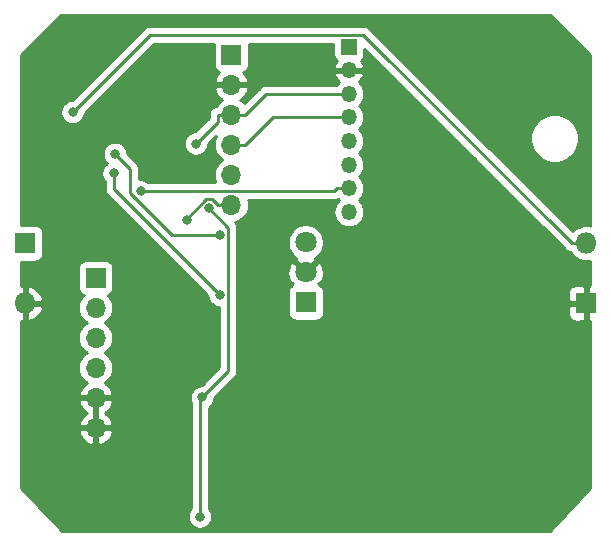
<source format=gbr>
G04 #@! TF.GenerationSoftware,KiCad,Pcbnew,(5.1.4)-1*
G04 #@! TF.CreationDate,2019-09-20T07:49:52+02:00*
G04 #@! TF.ProjectId,hb-rc-2-pbu-led,68622d72-632d-4322-9d70-62752d6c6564,rev?*
G04 #@! TF.SameCoordinates,Original*
G04 #@! TF.FileFunction,Copper,L2,Bot*
G04 #@! TF.FilePolarity,Positive*
%FSLAX46Y46*%
G04 Gerber Fmt 4.6, Leading zero omitted, Abs format (unit mm)*
G04 Created by KiCad (PCBNEW (5.1.4)-1) date 2019-09-20 07:49:52*
%MOMM*%
%LPD*%
G04 APERTURE LIST*
%ADD10O,1.800000X1.800000*%
%ADD11R,1.800000X1.800000*%
%ADD12O,1.700000X1.700000*%
%ADD13R,1.700000X1.700000*%
%ADD14O,1.350000X1.350000*%
%ADD15R,1.350000X1.350000*%
%ADD16C,1.800000*%
%ADD17C,0.800000*%
%ADD18C,0.250000*%
%ADD19C,0.254000*%
G04 APERTURE END LIST*
D10*
X125984000Y-73025000D03*
D11*
X125984000Y-78105000D03*
D10*
X78486000Y-78105000D03*
D11*
X78486000Y-73025000D03*
D12*
X95948500Y-69761100D03*
X95948500Y-67221100D03*
X95948500Y-64681100D03*
X95948500Y-62141100D03*
X95948500Y-59601100D03*
D13*
X95948500Y-57061100D03*
D12*
X84455000Y-88646000D03*
X84455000Y-86106000D03*
X84455000Y-83566000D03*
X84455000Y-81026000D03*
X84455000Y-78486000D03*
D13*
X84455000Y-75946000D03*
D14*
X105893000Y-70362600D03*
X105893000Y-68362600D03*
X105893000Y-66362600D03*
X105893000Y-64362600D03*
X105893000Y-62362600D03*
X105893000Y-60362600D03*
X105893000Y-58362600D03*
D15*
X105893000Y-56362600D03*
D16*
X102235000Y-72948800D03*
X102235000Y-75488800D03*
D11*
X102235000Y-78028800D03*
D17*
X87268000Y-72815500D03*
X85668000Y-72510500D03*
X108204000Y-54038500D03*
X123317000Y-58166000D03*
X116395500Y-66040000D03*
X106108500Y-76301600D03*
X90754200Y-86144100D03*
X89954100Y-57899300D03*
X92145800Y-71023900D03*
X88252200Y-68634400D03*
X92938400Y-64578700D03*
X94040000Y-70067000D03*
X93279800Y-96161600D03*
X93461500Y-86074400D03*
X94939700Y-77383100D03*
X85969500Y-67078900D03*
X94942300Y-72361600D03*
X86078300Y-65439300D03*
X82494200Y-61921200D03*
D18*
X95948500Y-69761100D02*
X94773200Y-69761100D01*
X92145800Y-71023900D02*
X92145800Y-70925500D01*
X92145800Y-70925500D02*
X93763300Y-69308000D01*
X93763300Y-69308000D02*
X94320100Y-69308000D01*
X94320100Y-69308000D02*
X94773200Y-69761100D01*
X104892700Y-68362600D02*
X104669500Y-68585800D01*
X104669500Y-68585800D02*
X88300800Y-68585800D01*
X88300800Y-68585800D02*
X88252200Y-68634400D01*
X105893000Y-68362600D02*
X104892700Y-68362600D01*
X95948500Y-64681100D02*
X97123800Y-64681100D01*
X105893000Y-62362600D02*
X99442300Y-62362600D01*
X99442300Y-62362600D02*
X97123800Y-64681100D01*
X95948500Y-62141100D02*
X97123800Y-62141100D01*
X105893000Y-60362600D02*
X98902300Y-60362600D01*
X98902300Y-60362600D02*
X97123800Y-62141100D01*
X95948500Y-62141100D02*
X94773200Y-62141100D01*
X94773200Y-62141100D02*
X94773200Y-62743900D01*
X94773200Y-62743900D02*
X92938400Y-64578700D01*
X94040000Y-70067000D02*
X95695800Y-71722800D01*
X95695800Y-71722800D02*
X95695800Y-83840100D01*
X95695800Y-83840100D02*
X93461500Y-86074400D01*
X93461500Y-86074400D02*
X93279800Y-86256100D01*
X93279800Y-86256100D02*
X93279800Y-96161600D01*
X94939700Y-77383100D02*
X85969500Y-68412900D01*
X85969500Y-68412900D02*
X85969500Y-67078900D01*
X86078300Y-65439300D02*
X87353600Y-66714600D01*
X87353600Y-66714600D02*
X87353600Y-68761700D01*
X87353600Y-68761700D02*
X90953500Y-72361600D01*
X90953500Y-72361600D02*
X94942300Y-72361600D01*
X125984000Y-73025000D02*
X124758700Y-73025000D01*
X82494200Y-61921200D02*
X89053200Y-55362200D01*
X89053200Y-55362200D02*
X107095900Y-55362200D01*
X107095900Y-55362200D02*
X124758700Y-73025000D01*
D19*
G36*
X126340000Y-57083381D02*
G01*
X126340000Y-71528921D01*
X126284913Y-71512210D01*
X126059408Y-71490000D01*
X125908592Y-71490000D01*
X125683087Y-71512210D01*
X125393739Y-71599983D01*
X125127073Y-71742519D01*
X124893339Y-71934339D01*
X124825501Y-72016999D01*
X116733596Y-63925094D01*
X121238508Y-63925094D01*
X121238508Y-64333386D01*
X121318162Y-64733834D01*
X121474409Y-65111047D01*
X121701244Y-65450530D01*
X121989950Y-65739236D01*
X122329433Y-65966071D01*
X122706646Y-66122318D01*
X123107094Y-66201972D01*
X123515386Y-66201972D01*
X123915834Y-66122318D01*
X124293047Y-65966071D01*
X124632530Y-65739236D01*
X124921236Y-65450530D01*
X125148071Y-65111047D01*
X125304318Y-64733834D01*
X125383972Y-64333386D01*
X125383972Y-63925094D01*
X125304318Y-63524646D01*
X125148071Y-63147433D01*
X124921236Y-62807950D01*
X124632530Y-62519244D01*
X124293047Y-62292409D01*
X123915834Y-62136162D01*
X123515386Y-62056508D01*
X123107094Y-62056508D01*
X122706646Y-62136162D01*
X122329433Y-62292409D01*
X121989950Y-62519244D01*
X121701244Y-62807950D01*
X121474409Y-63147433D01*
X121318162Y-63524646D01*
X121238508Y-63925094D01*
X116733596Y-63925094D01*
X107659704Y-54851203D01*
X107635901Y-54822199D01*
X107520176Y-54727226D01*
X107388147Y-54656654D01*
X107244886Y-54613197D01*
X107133233Y-54602200D01*
X107133222Y-54602200D01*
X107095900Y-54598524D01*
X107058578Y-54602200D01*
X89090525Y-54602200D01*
X89053200Y-54598524D01*
X89015875Y-54602200D01*
X89015867Y-54602200D01*
X88904214Y-54613197D01*
X88760953Y-54656654D01*
X88628924Y-54727226D01*
X88513199Y-54822199D01*
X88489401Y-54851197D01*
X82454399Y-60886200D01*
X82392261Y-60886200D01*
X82192302Y-60925974D01*
X82003944Y-61003995D01*
X81834426Y-61117263D01*
X81690263Y-61261426D01*
X81576995Y-61430944D01*
X81498974Y-61619302D01*
X81459200Y-61819261D01*
X81459200Y-62023139D01*
X81498974Y-62223098D01*
X81576995Y-62411456D01*
X81690263Y-62580974D01*
X81834426Y-62725137D01*
X82003944Y-62838405D01*
X82192302Y-62916426D01*
X82392261Y-62956200D01*
X82596139Y-62956200D01*
X82796098Y-62916426D01*
X82984456Y-62838405D01*
X83153974Y-62725137D01*
X83298137Y-62580974D01*
X83411405Y-62411456D01*
X83489426Y-62223098D01*
X83529200Y-62023139D01*
X83529200Y-61961001D01*
X89368002Y-56122200D01*
X94469184Y-56122200D01*
X94460428Y-56211100D01*
X94460428Y-57911100D01*
X94472688Y-58035582D01*
X94508998Y-58155280D01*
X94567963Y-58265594D01*
X94647315Y-58362285D01*
X94744006Y-58441637D01*
X94854320Y-58500602D01*
X94934966Y-58525066D01*
X94850912Y-58600831D01*
X94676859Y-58834180D01*
X94551675Y-59097001D01*
X94507024Y-59244210D01*
X94628345Y-59474100D01*
X95821500Y-59474100D01*
X95821500Y-59454100D01*
X96075500Y-59454100D01*
X96075500Y-59474100D01*
X97268655Y-59474100D01*
X97389976Y-59244210D01*
X97345325Y-59097001D01*
X97220141Y-58834180D01*
X97046088Y-58600831D01*
X96962034Y-58525066D01*
X97042680Y-58500602D01*
X97152994Y-58441637D01*
X97249685Y-58362285D01*
X97329037Y-58265594D01*
X97388002Y-58155280D01*
X97424312Y-58035582D01*
X97436572Y-57911100D01*
X97436572Y-56211100D01*
X97427816Y-56122200D01*
X104579928Y-56122200D01*
X104579928Y-57037600D01*
X104592188Y-57162082D01*
X104628498Y-57281780D01*
X104687463Y-57392094D01*
X104766815Y-57488785D01*
X104860559Y-57565719D01*
X104763527Y-57698971D01*
X104655762Y-57932072D01*
X104625090Y-58033200D01*
X104748776Y-58235600D01*
X105766000Y-58235600D01*
X105766000Y-58215600D01*
X106020000Y-58215600D01*
X106020000Y-58235600D01*
X107037224Y-58235600D01*
X107160910Y-58033200D01*
X107130238Y-57932072D01*
X107022473Y-57698971D01*
X106925441Y-57565719D01*
X107019185Y-57488785D01*
X107098537Y-57392094D01*
X107157502Y-57281780D01*
X107193812Y-57162082D01*
X107206072Y-57037600D01*
X107206072Y-56547173D01*
X124194901Y-73536003D01*
X124218699Y-73565001D01*
X124334424Y-73659974D01*
X124466453Y-73730546D01*
X124609714Y-73774003D01*
X124645728Y-73777550D01*
X124701519Y-73881927D01*
X124893339Y-74115661D01*
X125127073Y-74307481D01*
X125393739Y-74450017D01*
X125683087Y-74537790D01*
X125908592Y-74560000D01*
X126059408Y-74560000D01*
X126284913Y-74537790D01*
X126340000Y-74521079D01*
X126340001Y-76569649D01*
X126269750Y-76570000D01*
X126111000Y-76728750D01*
X126111000Y-77978000D01*
X126131000Y-77978000D01*
X126131000Y-78232000D01*
X126111000Y-78232000D01*
X126111000Y-79481250D01*
X126269750Y-79640000D01*
X126340001Y-79640351D01*
X126340001Y-93735975D01*
X122907168Y-97340000D01*
X81562833Y-97340000D01*
X78130000Y-93735977D01*
X78130000Y-89002890D01*
X83013524Y-89002890D01*
X83058175Y-89150099D01*
X83183359Y-89412920D01*
X83357412Y-89646269D01*
X83573645Y-89841178D01*
X83823748Y-89990157D01*
X84098109Y-90087481D01*
X84328000Y-89966814D01*
X84328000Y-88773000D01*
X84582000Y-88773000D01*
X84582000Y-89966814D01*
X84811891Y-90087481D01*
X85086252Y-89990157D01*
X85336355Y-89841178D01*
X85552588Y-89646269D01*
X85726641Y-89412920D01*
X85851825Y-89150099D01*
X85896476Y-89002890D01*
X85775155Y-88773000D01*
X84582000Y-88773000D01*
X84328000Y-88773000D01*
X83134845Y-88773000D01*
X83013524Y-89002890D01*
X78130000Y-89002890D01*
X78130000Y-86462890D01*
X83013524Y-86462890D01*
X83058175Y-86610099D01*
X83183359Y-86872920D01*
X83357412Y-87106269D01*
X83573645Y-87301178D01*
X83699255Y-87376000D01*
X83573645Y-87450822D01*
X83357412Y-87645731D01*
X83183359Y-87879080D01*
X83058175Y-88141901D01*
X83013524Y-88289110D01*
X83134845Y-88519000D01*
X84328000Y-88519000D01*
X84328000Y-86233000D01*
X84582000Y-86233000D01*
X84582000Y-88519000D01*
X85775155Y-88519000D01*
X85896476Y-88289110D01*
X85851825Y-88141901D01*
X85726641Y-87879080D01*
X85552588Y-87645731D01*
X85336355Y-87450822D01*
X85210745Y-87376000D01*
X85336355Y-87301178D01*
X85552588Y-87106269D01*
X85726641Y-86872920D01*
X85851825Y-86610099D01*
X85896476Y-86462890D01*
X85775155Y-86233000D01*
X84582000Y-86233000D01*
X84328000Y-86233000D01*
X83134845Y-86233000D01*
X83013524Y-86462890D01*
X78130000Y-86462890D01*
X78130000Y-79591600D01*
X78359000Y-79475378D01*
X78359000Y-78232000D01*
X78613000Y-78232000D01*
X78613000Y-79475378D01*
X78850740Y-79596036D01*
X79011107Y-79547394D01*
X79282414Y-79417236D01*
X79523116Y-79236649D01*
X79723962Y-79012573D01*
X79877234Y-78753620D01*
X79971324Y-78486000D01*
X82962815Y-78486000D01*
X82991487Y-78777111D01*
X83076401Y-79057034D01*
X83214294Y-79315014D01*
X83399866Y-79541134D01*
X83625986Y-79726706D01*
X83680791Y-79756000D01*
X83625986Y-79785294D01*
X83399866Y-79970866D01*
X83214294Y-80196986D01*
X83076401Y-80454966D01*
X82991487Y-80734889D01*
X82962815Y-81026000D01*
X82991487Y-81317111D01*
X83076401Y-81597034D01*
X83214294Y-81855014D01*
X83399866Y-82081134D01*
X83625986Y-82266706D01*
X83680791Y-82296000D01*
X83625986Y-82325294D01*
X83399866Y-82510866D01*
X83214294Y-82736986D01*
X83076401Y-82994966D01*
X82991487Y-83274889D01*
X82962815Y-83566000D01*
X82991487Y-83857111D01*
X83076401Y-84137034D01*
X83214294Y-84395014D01*
X83399866Y-84621134D01*
X83625986Y-84806706D01*
X83690523Y-84841201D01*
X83573645Y-84910822D01*
X83357412Y-85105731D01*
X83183359Y-85339080D01*
X83058175Y-85601901D01*
X83013524Y-85749110D01*
X83134845Y-85979000D01*
X84328000Y-85979000D01*
X84328000Y-85959000D01*
X84582000Y-85959000D01*
X84582000Y-85979000D01*
X85775155Y-85979000D01*
X85896476Y-85749110D01*
X85851825Y-85601901D01*
X85726641Y-85339080D01*
X85552588Y-85105731D01*
X85336355Y-84910822D01*
X85219477Y-84841201D01*
X85284014Y-84806706D01*
X85510134Y-84621134D01*
X85695706Y-84395014D01*
X85833599Y-84137034D01*
X85918513Y-83857111D01*
X85947185Y-83566000D01*
X85918513Y-83274889D01*
X85833599Y-82994966D01*
X85695706Y-82736986D01*
X85510134Y-82510866D01*
X85284014Y-82325294D01*
X85229209Y-82296000D01*
X85284014Y-82266706D01*
X85510134Y-82081134D01*
X85695706Y-81855014D01*
X85833599Y-81597034D01*
X85918513Y-81317111D01*
X85947185Y-81026000D01*
X85918513Y-80734889D01*
X85833599Y-80454966D01*
X85695706Y-80196986D01*
X85510134Y-79970866D01*
X85284014Y-79785294D01*
X85229209Y-79756000D01*
X85284014Y-79726706D01*
X85510134Y-79541134D01*
X85695706Y-79315014D01*
X85833599Y-79057034D01*
X85918513Y-78777111D01*
X85947185Y-78486000D01*
X85918513Y-78194889D01*
X85833599Y-77914966D01*
X85695706Y-77656986D01*
X85510134Y-77430866D01*
X85480313Y-77406393D01*
X85549180Y-77385502D01*
X85659494Y-77326537D01*
X85756185Y-77247185D01*
X85835537Y-77150494D01*
X85894502Y-77040180D01*
X85930812Y-76920482D01*
X85943072Y-76796000D01*
X85943072Y-75096000D01*
X85930812Y-74971518D01*
X85894502Y-74851820D01*
X85835537Y-74741506D01*
X85756185Y-74644815D01*
X85659494Y-74565463D01*
X85549180Y-74506498D01*
X85429482Y-74470188D01*
X85305000Y-74457928D01*
X83605000Y-74457928D01*
X83480518Y-74470188D01*
X83360820Y-74506498D01*
X83250506Y-74565463D01*
X83153815Y-74644815D01*
X83074463Y-74741506D01*
X83015498Y-74851820D01*
X82979188Y-74971518D01*
X82966928Y-75096000D01*
X82966928Y-76796000D01*
X82979188Y-76920482D01*
X83015498Y-77040180D01*
X83074463Y-77150494D01*
X83153815Y-77247185D01*
X83250506Y-77326537D01*
X83360820Y-77385502D01*
X83429687Y-77406393D01*
X83399866Y-77430866D01*
X83214294Y-77656986D01*
X83076401Y-77914966D01*
X82991487Y-78194889D01*
X82962815Y-78486000D01*
X79971324Y-78486000D01*
X79977041Y-78469741D01*
X79856992Y-78232000D01*
X78613000Y-78232000D01*
X78359000Y-78232000D01*
X78339000Y-78232000D01*
X78339000Y-77978000D01*
X78359000Y-77978000D01*
X78359000Y-76734622D01*
X78613000Y-76734622D01*
X78613000Y-77978000D01*
X79856992Y-77978000D01*
X79977041Y-77740259D01*
X79877234Y-77456380D01*
X79723962Y-77197427D01*
X79523116Y-76973351D01*
X79282414Y-76792764D01*
X79011107Y-76662606D01*
X78850740Y-76613964D01*
X78613000Y-76734622D01*
X78359000Y-76734622D01*
X78130000Y-76618400D01*
X78130000Y-74563072D01*
X79386000Y-74563072D01*
X79510482Y-74550812D01*
X79630180Y-74514502D01*
X79740494Y-74455537D01*
X79837185Y-74376185D01*
X79916537Y-74279494D01*
X79975502Y-74169180D01*
X80011812Y-74049482D01*
X80024072Y-73925000D01*
X80024072Y-72125000D01*
X80011812Y-72000518D01*
X79975502Y-71880820D01*
X79916537Y-71770506D01*
X79837185Y-71673815D01*
X79740494Y-71594463D01*
X79630180Y-71535498D01*
X79510482Y-71499188D01*
X79386000Y-71486928D01*
X78130000Y-71486928D01*
X78130000Y-66976961D01*
X84934500Y-66976961D01*
X84934500Y-67180839D01*
X84974274Y-67380798D01*
X85052295Y-67569156D01*
X85165563Y-67738674D01*
X85209500Y-67782611D01*
X85209500Y-68375577D01*
X85205824Y-68412900D01*
X85209500Y-68450222D01*
X85209500Y-68450232D01*
X85220497Y-68561885D01*
X85263954Y-68705146D01*
X85334526Y-68837176D01*
X85364421Y-68873603D01*
X85429499Y-68952901D01*
X85458503Y-68976704D01*
X93904700Y-77422903D01*
X93904700Y-77485039D01*
X93944474Y-77684998D01*
X94022495Y-77873356D01*
X94135763Y-78042874D01*
X94279926Y-78187037D01*
X94449444Y-78300305D01*
X94637802Y-78378326D01*
X94837761Y-78418100D01*
X94935801Y-78418100D01*
X94935801Y-83525297D01*
X93421699Y-85039400D01*
X93359561Y-85039400D01*
X93159602Y-85079174D01*
X92971244Y-85157195D01*
X92801726Y-85270463D01*
X92657563Y-85414626D01*
X92544295Y-85584144D01*
X92466274Y-85772502D01*
X92426500Y-85972461D01*
X92426500Y-86176339D01*
X92466274Y-86376298D01*
X92519800Y-86505520D01*
X92519801Y-95457888D01*
X92475863Y-95501826D01*
X92362595Y-95671344D01*
X92284574Y-95859702D01*
X92244800Y-96059661D01*
X92244800Y-96263539D01*
X92284574Y-96463498D01*
X92362595Y-96651856D01*
X92475863Y-96821374D01*
X92620026Y-96965537D01*
X92789544Y-97078805D01*
X92977902Y-97156826D01*
X93177861Y-97196600D01*
X93381739Y-97196600D01*
X93581698Y-97156826D01*
X93770056Y-97078805D01*
X93939574Y-96965537D01*
X94083737Y-96821374D01*
X94197005Y-96651856D01*
X94275026Y-96463498D01*
X94314800Y-96263539D01*
X94314800Y-96059661D01*
X94275026Y-95859702D01*
X94197005Y-95671344D01*
X94083737Y-95501826D01*
X94039800Y-95457889D01*
X94039800Y-86932776D01*
X94121274Y-86878337D01*
X94265437Y-86734174D01*
X94378705Y-86564656D01*
X94456726Y-86376298D01*
X94496500Y-86176339D01*
X94496500Y-86114201D01*
X96206803Y-84403899D01*
X96235801Y-84380101D01*
X96330774Y-84264376D01*
X96401346Y-84132347D01*
X96444803Y-83989086D01*
X96455800Y-83877433D01*
X96455800Y-83877424D01*
X96459476Y-83840101D01*
X96455800Y-83802778D01*
X96455800Y-75555353D01*
X100694009Y-75555353D01*
X100736603Y-75854707D01*
X100836778Y-76139999D01*
X100916739Y-76289592D01*
X101170918Y-76373274D01*
X101054970Y-76489222D01*
X101101735Y-76535987D01*
X101090820Y-76539298D01*
X100980506Y-76598263D01*
X100883815Y-76677615D01*
X100804463Y-76774306D01*
X100745498Y-76884620D01*
X100709188Y-77004318D01*
X100696928Y-77128800D01*
X100696928Y-78928800D01*
X100709188Y-79053282D01*
X100745498Y-79172980D01*
X100804463Y-79283294D01*
X100883815Y-79379985D01*
X100980506Y-79459337D01*
X101090820Y-79518302D01*
X101210518Y-79554612D01*
X101335000Y-79566872D01*
X103135000Y-79566872D01*
X103259482Y-79554612D01*
X103379180Y-79518302D01*
X103489494Y-79459337D01*
X103586185Y-79379985D01*
X103665537Y-79283294D01*
X103724502Y-79172980D01*
X103760812Y-79053282D01*
X103765567Y-79005000D01*
X124445928Y-79005000D01*
X124458188Y-79129482D01*
X124494498Y-79249180D01*
X124553463Y-79359494D01*
X124632815Y-79456185D01*
X124729506Y-79535537D01*
X124839820Y-79594502D01*
X124959518Y-79630812D01*
X125084000Y-79643072D01*
X125698250Y-79640000D01*
X125857000Y-79481250D01*
X125857000Y-78232000D01*
X124607750Y-78232000D01*
X124449000Y-78390750D01*
X124445928Y-79005000D01*
X103765567Y-79005000D01*
X103773072Y-78928800D01*
X103773072Y-77205000D01*
X124445928Y-77205000D01*
X124449000Y-77819250D01*
X124607750Y-77978000D01*
X125857000Y-77978000D01*
X125857000Y-76728750D01*
X125698250Y-76570000D01*
X125084000Y-76566928D01*
X124959518Y-76579188D01*
X124839820Y-76615498D01*
X124729506Y-76674463D01*
X124632815Y-76753815D01*
X124553463Y-76850506D01*
X124494498Y-76960820D01*
X124458188Y-77080518D01*
X124445928Y-77205000D01*
X103773072Y-77205000D01*
X103773072Y-77128800D01*
X103760812Y-77004318D01*
X103724502Y-76884620D01*
X103665537Y-76774306D01*
X103586185Y-76677615D01*
X103489494Y-76598263D01*
X103379180Y-76539298D01*
X103368265Y-76535987D01*
X103415030Y-76489222D01*
X103299082Y-76373274D01*
X103553261Y-76289592D01*
X103684158Y-76017025D01*
X103759365Y-75724158D01*
X103775991Y-75422247D01*
X103733397Y-75122893D01*
X103633222Y-74837601D01*
X103553261Y-74688008D01*
X103299080Y-74604325D01*
X102414605Y-75488800D01*
X102428748Y-75502943D01*
X102249143Y-75682548D01*
X102235000Y-75668405D01*
X102220858Y-75682548D01*
X102041253Y-75502943D01*
X102055395Y-75488800D01*
X101170920Y-74604325D01*
X100916739Y-74688008D01*
X100785842Y-74960575D01*
X100710635Y-75253442D01*
X100694009Y-75555353D01*
X96455800Y-75555353D01*
X96455800Y-72797616D01*
X100700000Y-72797616D01*
X100700000Y-73099984D01*
X100758989Y-73396543D01*
X100874701Y-73675895D01*
X101042688Y-73927305D01*
X101256495Y-74141112D01*
X101410105Y-74243751D01*
X101350525Y-74424720D01*
X102235000Y-75309195D01*
X103119475Y-74424720D01*
X103059895Y-74243751D01*
X103213505Y-74141112D01*
X103427312Y-73927305D01*
X103595299Y-73675895D01*
X103711011Y-73396543D01*
X103770000Y-73099984D01*
X103770000Y-72797616D01*
X103711011Y-72501057D01*
X103595299Y-72221705D01*
X103427312Y-71970295D01*
X103213505Y-71756488D01*
X102962095Y-71588501D01*
X102682743Y-71472789D01*
X102386184Y-71413800D01*
X102083816Y-71413800D01*
X101787257Y-71472789D01*
X101507905Y-71588501D01*
X101256495Y-71756488D01*
X101042688Y-71970295D01*
X100874701Y-72221705D01*
X100758989Y-72501057D01*
X100700000Y-72797616D01*
X96455800Y-72797616D01*
X96455800Y-71760123D01*
X96459476Y-71722800D01*
X96455800Y-71685477D01*
X96455800Y-71685467D01*
X96444803Y-71573814D01*
X96401346Y-71430553D01*
X96330774Y-71298524D01*
X96264036Y-71217204D01*
X96519534Y-71139699D01*
X96777514Y-71001806D01*
X97003634Y-70816234D01*
X97189206Y-70590114D01*
X97327099Y-70332134D01*
X97412013Y-70052211D01*
X97440685Y-69761100D01*
X97412013Y-69469989D01*
X97374341Y-69345800D01*
X104632178Y-69345800D01*
X104669500Y-69349476D01*
X104706822Y-69345800D01*
X104706833Y-69345800D01*
X104818486Y-69334803D01*
X104960772Y-69291642D01*
X104962208Y-69293392D01*
X105046539Y-69362600D01*
X104962208Y-69431808D01*
X104798505Y-69631282D01*
X104676862Y-69858859D01*
X104601955Y-70105795D01*
X104576662Y-70362600D01*
X104601955Y-70619405D01*
X104676862Y-70866341D01*
X104798505Y-71093918D01*
X104962208Y-71293392D01*
X105161682Y-71457095D01*
X105389259Y-71578738D01*
X105636195Y-71653645D01*
X105828649Y-71672600D01*
X105957351Y-71672600D01*
X106149805Y-71653645D01*
X106396741Y-71578738D01*
X106624318Y-71457095D01*
X106823792Y-71293392D01*
X106987495Y-71093918D01*
X107109138Y-70866341D01*
X107184045Y-70619405D01*
X107209338Y-70362600D01*
X107184045Y-70105795D01*
X107109138Y-69858859D01*
X106987495Y-69631282D01*
X106823792Y-69431808D01*
X106739461Y-69362600D01*
X106823792Y-69293392D01*
X106987495Y-69093918D01*
X107109138Y-68866341D01*
X107184045Y-68619405D01*
X107209338Y-68362600D01*
X107184045Y-68105795D01*
X107109138Y-67858859D01*
X106987495Y-67631282D01*
X106823792Y-67431808D01*
X106739461Y-67362600D01*
X106823792Y-67293392D01*
X106987495Y-67093918D01*
X107109138Y-66866341D01*
X107184045Y-66619405D01*
X107209338Y-66362600D01*
X107184045Y-66105795D01*
X107109138Y-65858859D01*
X106987495Y-65631282D01*
X106823792Y-65431808D01*
X106739461Y-65362600D01*
X106823792Y-65293392D01*
X106987495Y-65093918D01*
X107109138Y-64866341D01*
X107184045Y-64619405D01*
X107209338Y-64362600D01*
X107184045Y-64105795D01*
X107109138Y-63858859D01*
X106987495Y-63631282D01*
X106823792Y-63431808D01*
X106739461Y-63362600D01*
X106823792Y-63293392D01*
X106987495Y-63093918D01*
X107109138Y-62866341D01*
X107184045Y-62619405D01*
X107209338Y-62362600D01*
X107184045Y-62105795D01*
X107109138Y-61858859D01*
X106987495Y-61631282D01*
X106823792Y-61431808D01*
X106739461Y-61362600D01*
X106823792Y-61293392D01*
X106987495Y-61093918D01*
X107109138Y-60866341D01*
X107184045Y-60619405D01*
X107209338Y-60362600D01*
X107184045Y-60105795D01*
X107109138Y-59858859D01*
X106987495Y-59631282D01*
X106823792Y-59431808D01*
X106735352Y-59359228D01*
X106871303Y-59233827D01*
X107022473Y-59026229D01*
X107130238Y-58793128D01*
X107160910Y-58692000D01*
X107037224Y-58489600D01*
X106020000Y-58489600D01*
X106020000Y-58509600D01*
X105766000Y-58509600D01*
X105766000Y-58489600D01*
X104748776Y-58489600D01*
X104625090Y-58692000D01*
X104655762Y-58793128D01*
X104763527Y-59026229D01*
X104914697Y-59233827D01*
X105050648Y-59359228D01*
X104962208Y-59431808D01*
X104822044Y-59602600D01*
X98939623Y-59602600D01*
X98902300Y-59598924D01*
X98864977Y-59602600D01*
X98864967Y-59602600D01*
X98753314Y-59613597D01*
X98610053Y-59657054D01*
X98478024Y-59727626D01*
X98362299Y-59822599D01*
X98338501Y-59851597D01*
X97048934Y-61141164D01*
X97003634Y-61085966D01*
X96777514Y-60900394D01*
X96712977Y-60865899D01*
X96829855Y-60796278D01*
X97046088Y-60601369D01*
X97220141Y-60368020D01*
X97345325Y-60105199D01*
X97389976Y-59957990D01*
X97268655Y-59728100D01*
X96075500Y-59728100D01*
X96075500Y-59748100D01*
X95821500Y-59748100D01*
X95821500Y-59728100D01*
X94628345Y-59728100D01*
X94507024Y-59957990D01*
X94551675Y-60105199D01*
X94676859Y-60368020D01*
X94850912Y-60601369D01*
X95067145Y-60796278D01*
X95184023Y-60865899D01*
X95119486Y-60900394D01*
X94893366Y-61085966D01*
X94707794Y-61312086D01*
X94667295Y-61387854D01*
X94624214Y-61392097D01*
X94480953Y-61435554D01*
X94348924Y-61506126D01*
X94233199Y-61601099D01*
X94138226Y-61716824D01*
X94067654Y-61848853D01*
X94024197Y-61992114D01*
X94009523Y-62141100D01*
X94013200Y-62178433D01*
X94013200Y-62429098D01*
X92898599Y-63543700D01*
X92836461Y-63543700D01*
X92636502Y-63583474D01*
X92448144Y-63661495D01*
X92278626Y-63774763D01*
X92134463Y-63918926D01*
X92021195Y-64088444D01*
X91943174Y-64276802D01*
X91903400Y-64476761D01*
X91903400Y-64680639D01*
X91943174Y-64880598D01*
X92021195Y-65068956D01*
X92134463Y-65238474D01*
X92278626Y-65382637D01*
X92448144Y-65495905D01*
X92636502Y-65573926D01*
X92836461Y-65613700D01*
X93040339Y-65613700D01*
X93240298Y-65573926D01*
X93428656Y-65495905D01*
X93598174Y-65382637D01*
X93742337Y-65238474D01*
X93855605Y-65068956D01*
X93933626Y-64880598D01*
X93973400Y-64680639D01*
X93973400Y-64618501D01*
X94671024Y-63920877D01*
X94569901Y-64110066D01*
X94484987Y-64389989D01*
X94456315Y-64681100D01*
X94484987Y-64972211D01*
X94569901Y-65252134D01*
X94707794Y-65510114D01*
X94893366Y-65736234D01*
X95119486Y-65921806D01*
X95174291Y-65951100D01*
X95119486Y-65980394D01*
X94893366Y-66165966D01*
X94707794Y-66392086D01*
X94569901Y-66650066D01*
X94484987Y-66929989D01*
X94456315Y-67221100D01*
X94484987Y-67512211D01*
X94569901Y-67792134D01*
X94587896Y-67825800D01*
X88904995Y-67825800D01*
X88742456Y-67717195D01*
X88554098Y-67639174D01*
X88354139Y-67599400D01*
X88150261Y-67599400D01*
X88113600Y-67606692D01*
X88113600Y-66751933D01*
X88117277Y-66714600D01*
X88102603Y-66565614D01*
X88059146Y-66422353D01*
X87988574Y-66290324D01*
X87917399Y-66203597D01*
X87893601Y-66174599D01*
X87864604Y-66150802D01*
X87113300Y-65399499D01*
X87113300Y-65337361D01*
X87073526Y-65137402D01*
X86995505Y-64949044D01*
X86882237Y-64779526D01*
X86738074Y-64635363D01*
X86568556Y-64522095D01*
X86380198Y-64444074D01*
X86180239Y-64404300D01*
X85976361Y-64404300D01*
X85776402Y-64444074D01*
X85588044Y-64522095D01*
X85418526Y-64635363D01*
X85274363Y-64779526D01*
X85161095Y-64949044D01*
X85083074Y-65137402D01*
X85043300Y-65337361D01*
X85043300Y-65541239D01*
X85083074Y-65741198D01*
X85161095Y-65929556D01*
X85274363Y-66099074D01*
X85393965Y-66218676D01*
X85309726Y-66274963D01*
X85165563Y-66419126D01*
X85052295Y-66588644D01*
X84974274Y-66777002D01*
X84934500Y-66976961D01*
X78130000Y-66976961D01*
X78130000Y-57083380D01*
X81553381Y-53660000D01*
X122916620Y-53660000D01*
X126340000Y-57083381D01*
X126340000Y-57083381D01*
G37*
X126340000Y-57083381D02*
X126340000Y-71528921D01*
X126284913Y-71512210D01*
X126059408Y-71490000D01*
X125908592Y-71490000D01*
X125683087Y-71512210D01*
X125393739Y-71599983D01*
X125127073Y-71742519D01*
X124893339Y-71934339D01*
X124825501Y-72016999D01*
X116733596Y-63925094D01*
X121238508Y-63925094D01*
X121238508Y-64333386D01*
X121318162Y-64733834D01*
X121474409Y-65111047D01*
X121701244Y-65450530D01*
X121989950Y-65739236D01*
X122329433Y-65966071D01*
X122706646Y-66122318D01*
X123107094Y-66201972D01*
X123515386Y-66201972D01*
X123915834Y-66122318D01*
X124293047Y-65966071D01*
X124632530Y-65739236D01*
X124921236Y-65450530D01*
X125148071Y-65111047D01*
X125304318Y-64733834D01*
X125383972Y-64333386D01*
X125383972Y-63925094D01*
X125304318Y-63524646D01*
X125148071Y-63147433D01*
X124921236Y-62807950D01*
X124632530Y-62519244D01*
X124293047Y-62292409D01*
X123915834Y-62136162D01*
X123515386Y-62056508D01*
X123107094Y-62056508D01*
X122706646Y-62136162D01*
X122329433Y-62292409D01*
X121989950Y-62519244D01*
X121701244Y-62807950D01*
X121474409Y-63147433D01*
X121318162Y-63524646D01*
X121238508Y-63925094D01*
X116733596Y-63925094D01*
X107659704Y-54851203D01*
X107635901Y-54822199D01*
X107520176Y-54727226D01*
X107388147Y-54656654D01*
X107244886Y-54613197D01*
X107133233Y-54602200D01*
X107133222Y-54602200D01*
X107095900Y-54598524D01*
X107058578Y-54602200D01*
X89090525Y-54602200D01*
X89053200Y-54598524D01*
X89015875Y-54602200D01*
X89015867Y-54602200D01*
X88904214Y-54613197D01*
X88760953Y-54656654D01*
X88628924Y-54727226D01*
X88513199Y-54822199D01*
X88489401Y-54851197D01*
X82454399Y-60886200D01*
X82392261Y-60886200D01*
X82192302Y-60925974D01*
X82003944Y-61003995D01*
X81834426Y-61117263D01*
X81690263Y-61261426D01*
X81576995Y-61430944D01*
X81498974Y-61619302D01*
X81459200Y-61819261D01*
X81459200Y-62023139D01*
X81498974Y-62223098D01*
X81576995Y-62411456D01*
X81690263Y-62580974D01*
X81834426Y-62725137D01*
X82003944Y-62838405D01*
X82192302Y-62916426D01*
X82392261Y-62956200D01*
X82596139Y-62956200D01*
X82796098Y-62916426D01*
X82984456Y-62838405D01*
X83153974Y-62725137D01*
X83298137Y-62580974D01*
X83411405Y-62411456D01*
X83489426Y-62223098D01*
X83529200Y-62023139D01*
X83529200Y-61961001D01*
X89368002Y-56122200D01*
X94469184Y-56122200D01*
X94460428Y-56211100D01*
X94460428Y-57911100D01*
X94472688Y-58035582D01*
X94508998Y-58155280D01*
X94567963Y-58265594D01*
X94647315Y-58362285D01*
X94744006Y-58441637D01*
X94854320Y-58500602D01*
X94934966Y-58525066D01*
X94850912Y-58600831D01*
X94676859Y-58834180D01*
X94551675Y-59097001D01*
X94507024Y-59244210D01*
X94628345Y-59474100D01*
X95821500Y-59474100D01*
X95821500Y-59454100D01*
X96075500Y-59454100D01*
X96075500Y-59474100D01*
X97268655Y-59474100D01*
X97389976Y-59244210D01*
X97345325Y-59097001D01*
X97220141Y-58834180D01*
X97046088Y-58600831D01*
X96962034Y-58525066D01*
X97042680Y-58500602D01*
X97152994Y-58441637D01*
X97249685Y-58362285D01*
X97329037Y-58265594D01*
X97388002Y-58155280D01*
X97424312Y-58035582D01*
X97436572Y-57911100D01*
X97436572Y-56211100D01*
X97427816Y-56122200D01*
X104579928Y-56122200D01*
X104579928Y-57037600D01*
X104592188Y-57162082D01*
X104628498Y-57281780D01*
X104687463Y-57392094D01*
X104766815Y-57488785D01*
X104860559Y-57565719D01*
X104763527Y-57698971D01*
X104655762Y-57932072D01*
X104625090Y-58033200D01*
X104748776Y-58235600D01*
X105766000Y-58235600D01*
X105766000Y-58215600D01*
X106020000Y-58215600D01*
X106020000Y-58235600D01*
X107037224Y-58235600D01*
X107160910Y-58033200D01*
X107130238Y-57932072D01*
X107022473Y-57698971D01*
X106925441Y-57565719D01*
X107019185Y-57488785D01*
X107098537Y-57392094D01*
X107157502Y-57281780D01*
X107193812Y-57162082D01*
X107206072Y-57037600D01*
X107206072Y-56547173D01*
X124194901Y-73536003D01*
X124218699Y-73565001D01*
X124334424Y-73659974D01*
X124466453Y-73730546D01*
X124609714Y-73774003D01*
X124645728Y-73777550D01*
X124701519Y-73881927D01*
X124893339Y-74115661D01*
X125127073Y-74307481D01*
X125393739Y-74450017D01*
X125683087Y-74537790D01*
X125908592Y-74560000D01*
X126059408Y-74560000D01*
X126284913Y-74537790D01*
X126340000Y-74521079D01*
X126340001Y-76569649D01*
X126269750Y-76570000D01*
X126111000Y-76728750D01*
X126111000Y-77978000D01*
X126131000Y-77978000D01*
X126131000Y-78232000D01*
X126111000Y-78232000D01*
X126111000Y-79481250D01*
X126269750Y-79640000D01*
X126340001Y-79640351D01*
X126340001Y-93735975D01*
X122907168Y-97340000D01*
X81562833Y-97340000D01*
X78130000Y-93735977D01*
X78130000Y-89002890D01*
X83013524Y-89002890D01*
X83058175Y-89150099D01*
X83183359Y-89412920D01*
X83357412Y-89646269D01*
X83573645Y-89841178D01*
X83823748Y-89990157D01*
X84098109Y-90087481D01*
X84328000Y-89966814D01*
X84328000Y-88773000D01*
X84582000Y-88773000D01*
X84582000Y-89966814D01*
X84811891Y-90087481D01*
X85086252Y-89990157D01*
X85336355Y-89841178D01*
X85552588Y-89646269D01*
X85726641Y-89412920D01*
X85851825Y-89150099D01*
X85896476Y-89002890D01*
X85775155Y-88773000D01*
X84582000Y-88773000D01*
X84328000Y-88773000D01*
X83134845Y-88773000D01*
X83013524Y-89002890D01*
X78130000Y-89002890D01*
X78130000Y-86462890D01*
X83013524Y-86462890D01*
X83058175Y-86610099D01*
X83183359Y-86872920D01*
X83357412Y-87106269D01*
X83573645Y-87301178D01*
X83699255Y-87376000D01*
X83573645Y-87450822D01*
X83357412Y-87645731D01*
X83183359Y-87879080D01*
X83058175Y-88141901D01*
X83013524Y-88289110D01*
X83134845Y-88519000D01*
X84328000Y-88519000D01*
X84328000Y-86233000D01*
X84582000Y-86233000D01*
X84582000Y-88519000D01*
X85775155Y-88519000D01*
X85896476Y-88289110D01*
X85851825Y-88141901D01*
X85726641Y-87879080D01*
X85552588Y-87645731D01*
X85336355Y-87450822D01*
X85210745Y-87376000D01*
X85336355Y-87301178D01*
X85552588Y-87106269D01*
X85726641Y-86872920D01*
X85851825Y-86610099D01*
X85896476Y-86462890D01*
X85775155Y-86233000D01*
X84582000Y-86233000D01*
X84328000Y-86233000D01*
X83134845Y-86233000D01*
X83013524Y-86462890D01*
X78130000Y-86462890D01*
X78130000Y-79591600D01*
X78359000Y-79475378D01*
X78359000Y-78232000D01*
X78613000Y-78232000D01*
X78613000Y-79475378D01*
X78850740Y-79596036D01*
X79011107Y-79547394D01*
X79282414Y-79417236D01*
X79523116Y-79236649D01*
X79723962Y-79012573D01*
X79877234Y-78753620D01*
X79971324Y-78486000D01*
X82962815Y-78486000D01*
X82991487Y-78777111D01*
X83076401Y-79057034D01*
X83214294Y-79315014D01*
X83399866Y-79541134D01*
X83625986Y-79726706D01*
X83680791Y-79756000D01*
X83625986Y-79785294D01*
X83399866Y-79970866D01*
X83214294Y-80196986D01*
X83076401Y-80454966D01*
X82991487Y-80734889D01*
X82962815Y-81026000D01*
X82991487Y-81317111D01*
X83076401Y-81597034D01*
X83214294Y-81855014D01*
X83399866Y-82081134D01*
X83625986Y-82266706D01*
X83680791Y-82296000D01*
X83625986Y-82325294D01*
X83399866Y-82510866D01*
X83214294Y-82736986D01*
X83076401Y-82994966D01*
X82991487Y-83274889D01*
X82962815Y-83566000D01*
X82991487Y-83857111D01*
X83076401Y-84137034D01*
X83214294Y-84395014D01*
X83399866Y-84621134D01*
X83625986Y-84806706D01*
X83690523Y-84841201D01*
X83573645Y-84910822D01*
X83357412Y-85105731D01*
X83183359Y-85339080D01*
X83058175Y-85601901D01*
X83013524Y-85749110D01*
X83134845Y-85979000D01*
X84328000Y-85979000D01*
X84328000Y-85959000D01*
X84582000Y-85959000D01*
X84582000Y-85979000D01*
X85775155Y-85979000D01*
X85896476Y-85749110D01*
X85851825Y-85601901D01*
X85726641Y-85339080D01*
X85552588Y-85105731D01*
X85336355Y-84910822D01*
X85219477Y-84841201D01*
X85284014Y-84806706D01*
X85510134Y-84621134D01*
X85695706Y-84395014D01*
X85833599Y-84137034D01*
X85918513Y-83857111D01*
X85947185Y-83566000D01*
X85918513Y-83274889D01*
X85833599Y-82994966D01*
X85695706Y-82736986D01*
X85510134Y-82510866D01*
X85284014Y-82325294D01*
X85229209Y-82296000D01*
X85284014Y-82266706D01*
X85510134Y-82081134D01*
X85695706Y-81855014D01*
X85833599Y-81597034D01*
X85918513Y-81317111D01*
X85947185Y-81026000D01*
X85918513Y-80734889D01*
X85833599Y-80454966D01*
X85695706Y-80196986D01*
X85510134Y-79970866D01*
X85284014Y-79785294D01*
X85229209Y-79756000D01*
X85284014Y-79726706D01*
X85510134Y-79541134D01*
X85695706Y-79315014D01*
X85833599Y-79057034D01*
X85918513Y-78777111D01*
X85947185Y-78486000D01*
X85918513Y-78194889D01*
X85833599Y-77914966D01*
X85695706Y-77656986D01*
X85510134Y-77430866D01*
X85480313Y-77406393D01*
X85549180Y-77385502D01*
X85659494Y-77326537D01*
X85756185Y-77247185D01*
X85835537Y-77150494D01*
X85894502Y-77040180D01*
X85930812Y-76920482D01*
X85943072Y-76796000D01*
X85943072Y-75096000D01*
X85930812Y-74971518D01*
X85894502Y-74851820D01*
X85835537Y-74741506D01*
X85756185Y-74644815D01*
X85659494Y-74565463D01*
X85549180Y-74506498D01*
X85429482Y-74470188D01*
X85305000Y-74457928D01*
X83605000Y-74457928D01*
X83480518Y-74470188D01*
X83360820Y-74506498D01*
X83250506Y-74565463D01*
X83153815Y-74644815D01*
X83074463Y-74741506D01*
X83015498Y-74851820D01*
X82979188Y-74971518D01*
X82966928Y-75096000D01*
X82966928Y-76796000D01*
X82979188Y-76920482D01*
X83015498Y-77040180D01*
X83074463Y-77150494D01*
X83153815Y-77247185D01*
X83250506Y-77326537D01*
X83360820Y-77385502D01*
X83429687Y-77406393D01*
X83399866Y-77430866D01*
X83214294Y-77656986D01*
X83076401Y-77914966D01*
X82991487Y-78194889D01*
X82962815Y-78486000D01*
X79971324Y-78486000D01*
X79977041Y-78469741D01*
X79856992Y-78232000D01*
X78613000Y-78232000D01*
X78359000Y-78232000D01*
X78339000Y-78232000D01*
X78339000Y-77978000D01*
X78359000Y-77978000D01*
X78359000Y-76734622D01*
X78613000Y-76734622D01*
X78613000Y-77978000D01*
X79856992Y-77978000D01*
X79977041Y-77740259D01*
X79877234Y-77456380D01*
X79723962Y-77197427D01*
X79523116Y-76973351D01*
X79282414Y-76792764D01*
X79011107Y-76662606D01*
X78850740Y-76613964D01*
X78613000Y-76734622D01*
X78359000Y-76734622D01*
X78130000Y-76618400D01*
X78130000Y-74563072D01*
X79386000Y-74563072D01*
X79510482Y-74550812D01*
X79630180Y-74514502D01*
X79740494Y-74455537D01*
X79837185Y-74376185D01*
X79916537Y-74279494D01*
X79975502Y-74169180D01*
X80011812Y-74049482D01*
X80024072Y-73925000D01*
X80024072Y-72125000D01*
X80011812Y-72000518D01*
X79975502Y-71880820D01*
X79916537Y-71770506D01*
X79837185Y-71673815D01*
X79740494Y-71594463D01*
X79630180Y-71535498D01*
X79510482Y-71499188D01*
X79386000Y-71486928D01*
X78130000Y-71486928D01*
X78130000Y-66976961D01*
X84934500Y-66976961D01*
X84934500Y-67180839D01*
X84974274Y-67380798D01*
X85052295Y-67569156D01*
X85165563Y-67738674D01*
X85209500Y-67782611D01*
X85209500Y-68375577D01*
X85205824Y-68412900D01*
X85209500Y-68450222D01*
X85209500Y-68450232D01*
X85220497Y-68561885D01*
X85263954Y-68705146D01*
X85334526Y-68837176D01*
X85364421Y-68873603D01*
X85429499Y-68952901D01*
X85458503Y-68976704D01*
X93904700Y-77422903D01*
X93904700Y-77485039D01*
X93944474Y-77684998D01*
X94022495Y-77873356D01*
X94135763Y-78042874D01*
X94279926Y-78187037D01*
X94449444Y-78300305D01*
X94637802Y-78378326D01*
X94837761Y-78418100D01*
X94935801Y-78418100D01*
X94935801Y-83525297D01*
X93421699Y-85039400D01*
X93359561Y-85039400D01*
X93159602Y-85079174D01*
X92971244Y-85157195D01*
X92801726Y-85270463D01*
X92657563Y-85414626D01*
X92544295Y-85584144D01*
X92466274Y-85772502D01*
X92426500Y-85972461D01*
X92426500Y-86176339D01*
X92466274Y-86376298D01*
X92519800Y-86505520D01*
X92519801Y-95457888D01*
X92475863Y-95501826D01*
X92362595Y-95671344D01*
X92284574Y-95859702D01*
X92244800Y-96059661D01*
X92244800Y-96263539D01*
X92284574Y-96463498D01*
X92362595Y-96651856D01*
X92475863Y-96821374D01*
X92620026Y-96965537D01*
X92789544Y-97078805D01*
X92977902Y-97156826D01*
X93177861Y-97196600D01*
X93381739Y-97196600D01*
X93581698Y-97156826D01*
X93770056Y-97078805D01*
X93939574Y-96965537D01*
X94083737Y-96821374D01*
X94197005Y-96651856D01*
X94275026Y-96463498D01*
X94314800Y-96263539D01*
X94314800Y-96059661D01*
X94275026Y-95859702D01*
X94197005Y-95671344D01*
X94083737Y-95501826D01*
X94039800Y-95457889D01*
X94039800Y-86932776D01*
X94121274Y-86878337D01*
X94265437Y-86734174D01*
X94378705Y-86564656D01*
X94456726Y-86376298D01*
X94496500Y-86176339D01*
X94496500Y-86114201D01*
X96206803Y-84403899D01*
X96235801Y-84380101D01*
X96330774Y-84264376D01*
X96401346Y-84132347D01*
X96444803Y-83989086D01*
X96455800Y-83877433D01*
X96455800Y-83877424D01*
X96459476Y-83840101D01*
X96455800Y-83802778D01*
X96455800Y-75555353D01*
X100694009Y-75555353D01*
X100736603Y-75854707D01*
X100836778Y-76139999D01*
X100916739Y-76289592D01*
X101170918Y-76373274D01*
X101054970Y-76489222D01*
X101101735Y-76535987D01*
X101090820Y-76539298D01*
X100980506Y-76598263D01*
X100883815Y-76677615D01*
X100804463Y-76774306D01*
X100745498Y-76884620D01*
X100709188Y-77004318D01*
X100696928Y-77128800D01*
X100696928Y-78928800D01*
X100709188Y-79053282D01*
X100745498Y-79172980D01*
X100804463Y-79283294D01*
X100883815Y-79379985D01*
X100980506Y-79459337D01*
X101090820Y-79518302D01*
X101210518Y-79554612D01*
X101335000Y-79566872D01*
X103135000Y-79566872D01*
X103259482Y-79554612D01*
X103379180Y-79518302D01*
X103489494Y-79459337D01*
X103586185Y-79379985D01*
X103665537Y-79283294D01*
X103724502Y-79172980D01*
X103760812Y-79053282D01*
X103765567Y-79005000D01*
X124445928Y-79005000D01*
X124458188Y-79129482D01*
X124494498Y-79249180D01*
X124553463Y-79359494D01*
X124632815Y-79456185D01*
X124729506Y-79535537D01*
X124839820Y-79594502D01*
X124959518Y-79630812D01*
X125084000Y-79643072D01*
X125698250Y-79640000D01*
X125857000Y-79481250D01*
X125857000Y-78232000D01*
X124607750Y-78232000D01*
X124449000Y-78390750D01*
X124445928Y-79005000D01*
X103765567Y-79005000D01*
X103773072Y-78928800D01*
X103773072Y-77205000D01*
X124445928Y-77205000D01*
X124449000Y-77819250D01*
X124607750Y-77978000D01*
X125857000Y-77978000D01*
X125857000Y-76728750D01*
X125698250Y-76570000D01*
X125084000Y-76566928D01*
X124959518Y-76579188D01*
X124839820Y-76615498D01*
X124729506Y-76674463D01*
X124632815Y-76753815D01*
X124553463Y-76850506D01*
X124494498Y-76960820D01*
X124458188Y-77080518D01*
X124445928Y-77205000D01*
X103773072Y-77205000D01*
X103773072Y-77128800D01*
X103760812Y-77004318D01*
X103724502Y-76884620D01*
X103665537Y-76774306D01*
X103586185Y-76677615D01*
X103489494Y-76598263D01*
X103379180Y-76539298D01*
X103368265Y-76535987D01*
X103415030Y-76489222D01*
X103299082Y-76373274D01*
X103553261Y-76289592D01*
X103684158Y-76017025D01*
X103759365Y-75724158D01*
X103775991Y-75422247D01*
X103733397Y-75122893D01*
X103633222Y-74837601D01*
X103553261Y-74688008D01*
X103299080Y-74604325D01*
X102414605Y-75488800D01*
X102428748Y-75502943D01*
X102249143Y-75682548D01*
X102235000Y-75668405D01*
X102220858Y-75682548D01*
X102041253Y-75502943D01*
X102055395Y-75488800D01*
X101170920Y-74604325D01*
X100916739Y-74688008D01*
X100785842Y-74960575D01*
X100710635Y-75253442D01*
X100694009Y-75555353D01*
X96455800Y-75555353D01*
X96455800Y-72797616D01*
X100700000Y-72797616D01*
X100700000Y-73099984D01*
X100758989Y-73396543D01*
X100874701Y-73675895D01*
X101042688Y-73927305D01*
X101256495Y-74141112D01*
X101410105Y-74243751D01*
X101350525Y-74424720D01*
X102235000Y-75309195D01*
X103119475Y-74424720D01*
X103059895Y-74243751D01*
X103213505Y-74141112D01*
X103427312Y-73927305D01*
X103595299Y-73675895D01*
X103711011Y-73396543D01*
X103770000Y-73099984D01*
X103770000Y-72797616D01*
X103711011Y-72501057D01*
X103595299Y-72221705D01*
X103427312Y-71970295D01*
X103213505Y-71756488D01*
X102962095Y-71588501D01*
X102682743Y-71472789D01*
X102386184Y-71413800D01*
X102083816Y-71413800D01*
X101787257Y-71472789D01*
X101507905Y-71588501D01*
X101256495Y-71756488D01*
X101042688Y-71970295D01*
X100874701Y-72221705D01*
X100758989Y-72501057D01*
X100700000Y-72797616D01*
X96455800Y-72797616D01*
X96455800Y-71760123D01*
X96459476Y-71722800D01*
X96455800Y-71685477D01*
X96455800Y-71685467D01*
X96444803Y-71573814D01*
X96401346Y-71430553D01*
X96330774Y-71298524D01*
X96264036Y-71217204D01*
X96519534Y-71139699D01*
X96777514Y-71001806D01*
X97003634Y-70816234D01*
X97189206Y-70590114D01*
X97327099Y-70332134D01*
X97412013Y-70052211D01*
X97440685Y-69761100D01*
X97412013Y-69469989D01*
X97374341Y-69345800D01*
X104632178Y-69345800D01*
X104669500Y-69349476D01*
X104706822Y-69345800D01*
X104706833Y-69345800D01*
X104818486Y-69334803D01*
X104960772Y-69291642D01*
X104962208Y-69293392D01*
X105046539Y-69362600D01*
X104962208Y-69431808D01*
X104798505Y-69631282D01*
X104676862Y-69858859D01*
X104601955Y-70105795D01*
X104576662Y-70362600D01*
X104601955Y-70619405D01*
X104676862Y-70866341D01*
X104798505Y-71093918D01*
X104962208Y-71293392D01*
X105161682Y-71457095D01*
X105389259Y-71578738D01*
X105636195Y-71653645D01*
X105828649Y-71672600D01*
X105957351Y-71672600D01*
X106149805Y-71653645D01*
X106396741Y-71578738D01*
X106624318Y-71457095D01*
X106823792Y-71293392D01*
X106987495Y-71093918D01*
X107109138Y-70866341D01*
X107184045Y-70619405D01*
X107209338Y-70362600D01*
X107184045Y-70105795D01*
X107109138Y-69858859D01*
X106987495Y-69631282D01*
X106823792Y-69431808D01*
X106739461Y-69362600D01*
X106823792Y-69293392D01*
X106987495Y-69093918D01*
X107109138Y-68866341D01*
X107184045Y-68619405D01*
X107209338Y-68362600D01*
X107184045Y-68105795D01*
X107109138Y-67858859D01*
X106987495Y-67631282D01*
X106823792Y-67431808D01*
X106739461Y-67362600D01*
X106823792Y-67293392D01*
X106987495Y-67093918D01*
X107109138Y-66866341D01*
X107184045Y-66619405D01*
X107209338Y-66362600D01*
X107184045Y-66105795D01*
X107109138Y-65858859D01*
X106987495Y-65631282D01*
X106823792Y-65431808D01*
X106739461Y-65362600D01*
X106823792Y-65293392D01*
X106987495Y-65093918D01*
X107109138Y-64866341D01*
X107184045Y-64619405D01*
X107209338Y-64362600D01*
X107184045Y-64105795D01*
X107109138Y-63858859D01*
X106987495Y-63631282D01*
X106823792Y-63431808D01*
X106739461Y-63362600D01*
X106823792Y-63293392D01*
X106987495Y-63093918D01*
X107109138Y-62866341D01*
X107184045Y-62619405D01*
X107209338Y-62362600D01*
X107184045Y-62105795D01*
X107109138Y-61858859D01*
X106987495Y-61631282D01*
X106823792Y-61431808D01*
X106739461Y-61362600D01*
X106823792Y-61293392D01*
X106987495Y-61093918D01*
X107109138Y-60866341D01*
X107184045Y-60619405D01*
X107209338Y-60362600D01*
X107184045Y-60105795D01*
X107109138Y-59858859D01*
X106987495Y-59631282D01*
X106823792Y-59431808D01*
X106735352Y-59359228D01*
X106871303Y-59233827D01*
X107022473Y-59026229D01*
X107130238Y-58793128D01*
X107160910Y-58692000D01*
X107037224Y-58489600D01*
X106020000Y-58489600D01*
X106020000Y-58509600D01*
X105766000Y-58509600D01*
X105766000Y-58489600D01*
X104748776Y-58489600D01*
X104625090Y-58692000D01*
X104655762Y-58793128D01*
X104763527Y-59026229D01*
X104914697Y-59233827D01*
X105050648Y-59359228D01*
X104962208Y-59431808D01*
X104822044Y-59602600D01*
X98939623Y-59602600D01*
X98902300Y-59598924D01*
X98864977Y-59602600D01*
X98864967Y-59602600D01*
X98753314Y-59613597D01*
X98610053Y-59657054D01*
X98478024Y-59727626D01*
X98362299Y-59822599D01*
X98338501Y-59851597D01*
X97048934Y-61141164D01*
X97003634Y-61085966D01*
X96777514Y-60900394D01*
X96712977Y-60865899D01*
X96829855Y-60796278D01*
X97046088Y-60601369D01*
X97220141Y-60368020D01*
X97345325Y-60105199D01*
X97389976Y-59957990D01*
X97268655Y-59728100D01*
X96075500Y-59728100D01*
X96075500Y-59748100D01*
X95821500Y-59748100D01*
X95821500Y-59728100D01*
X94628345Y-59728100D01*
X94507024Y-59957990D01*
X94551675Y-60105199D01*
X94676859Y-60368020D01*
X94850912Y-60601369D01*
X95067145Y-60796278D01*
X95184023Y-60865899D01*
X95119486Y-60900394D01*
X94893366Y-61085966D01*
X94707794Y-61312086D01*
X94667295Y-61387854D01*
X94624214Y-61392097D01*
X94480953Y-61435554D01*
X94348924Y-61506126D01*
X94233199Y-61601099D01*
X94138226Y-61716824D01*
X94067654Y-61848853D01*
X94024197Y-61992114D01*
X94009523Y-62141100D01*
X94013200Y-62178433D01*
X94013200Y-62429098D01*
X92898599Y-63543700D01*
X92836461Y-63543700D01*
X92636502Y-63583474D01*
X92448144Y-63661495D01*
X92278626Y-63774763D01*
X92134463Y-63918926D01*
X92021195Y-64088444D01*
X91943174Y-64276802D01*
X91903400Y-64476761D01*
X91903400Y-64680639D01*
X91943174Y-64880598D01*
X92021195Y-65068956D01*
X92134463Y-65238474D01*
X92278626Y-65382637D01*
X92448144Y-65495905D01*
X92636502Y-65573926D01*
X92836461Y-65613700D01*
X93040339Y-65613700D01*
X93240298Y-65573926D01*
X93428656Y-65495905D01*
X93598174Y-65382637D01*
X93742337Y-65238474D01*
X93855605Y-65068956D01*
X93933626Y-64880598D01*
X93973400Y-64680639D01*
X93973400Y-64618501D01*
X94671024Y-63920877D01*
X94569901Y-64110066D01*
X94484987Y-64389989D01*
X94456315Y-64681100D01*
X94484987Y-64972211D01*
X94569901Y-65252134D01*
X94707794Y-65510114D01*
X94893366Y-65736234D01*
X95119486Y-65921806D01*
X95174291Y-65951100D01*
X95119486Y-65980394D01*
X94893366Y-66165966D01*
X94707794Y-66392086D01*
X94569901Y-66650066D01*
X94484987Y-66929989D01*
X94456315Y-67221100D01*
X94484987Y-67512211D01*
X94569901Y-67792134D01*
X94587896Y-67825800D01*
X88904995Y-67825800D01*
X88742456Y-67717195D01*
X88554098Y-67639174D01*
X88354139Y-67599400D01*
X88150261Y-67599400D01*
X88113600Y-67606692D01*
X88113600Y-66751933D01*
X88117277Y-66714600D01*
X88102603Y-66565614D01*
X88059146Y-66422353D01*
X87988574Y-66290324D01*
X87917399Y-66203597D01*
X87893601Y-66174599D01*
X87864604Y-66150802D01*
X87113300Y-65399499D01*
X87113300Y-65337361D01*
X87073526Y-65137402D01*
X86995505Y-64949044D01*
X86882237Y-64779526D01*
X86738074Y-64635363D01*
X86568556Y-64522095D01*
X86380198Y-64444074D01*
X86180239Y-64404300D01*
X85976361Y-64404300D01*
X85776402Y-64444074D01*
X85588044Y-64522095D01*
X85418526Y-64635363D01*
X85274363Y-64779526D01*
X85161095Y-64949044D01*
X85083074Y-65137402D01*
X85043300Y-65337361D01*
X85043300Y-65541239D01*
X85083074Y-65741198D01*
X85161095Y-65929556D01*
X85274363Y-66099074D01*
X85393965Y-66218676D01*
X85309726Y-66274963D01*
X85165563Y-66419126D01*
X85052295Y-66588644D01*
X84974274Y-66777002D01*
X84934500Y-66976961D01*
X78130000Y-66976961D01*
X78130000Y-57083380D01*
X81553381Y-53660000D01*
X122916620Y-53660000D01*
X126340000Y-57083381D01*
M02*

</source>
